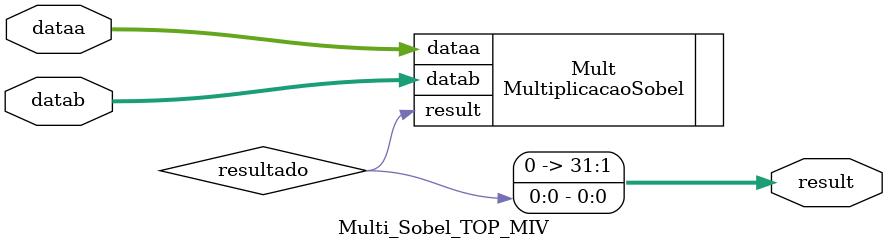
<source format=v>
module Multi_Sobel_TOP_MIV
	(
		dataa,
		datab,
		result
	);

	////////////////////////	Clock Input	 	////////////////////////
	input 	[31:0]		dataa;
	input 	[31:0]		datab;

	output 	[31:0] 		result;

	assign result = resultado;

	MultiplicacaoSobel	Mult	(	
						.dataa(			dataa),
						.datab(			datab),
						.result(		resultado));




endmodule

</source>
